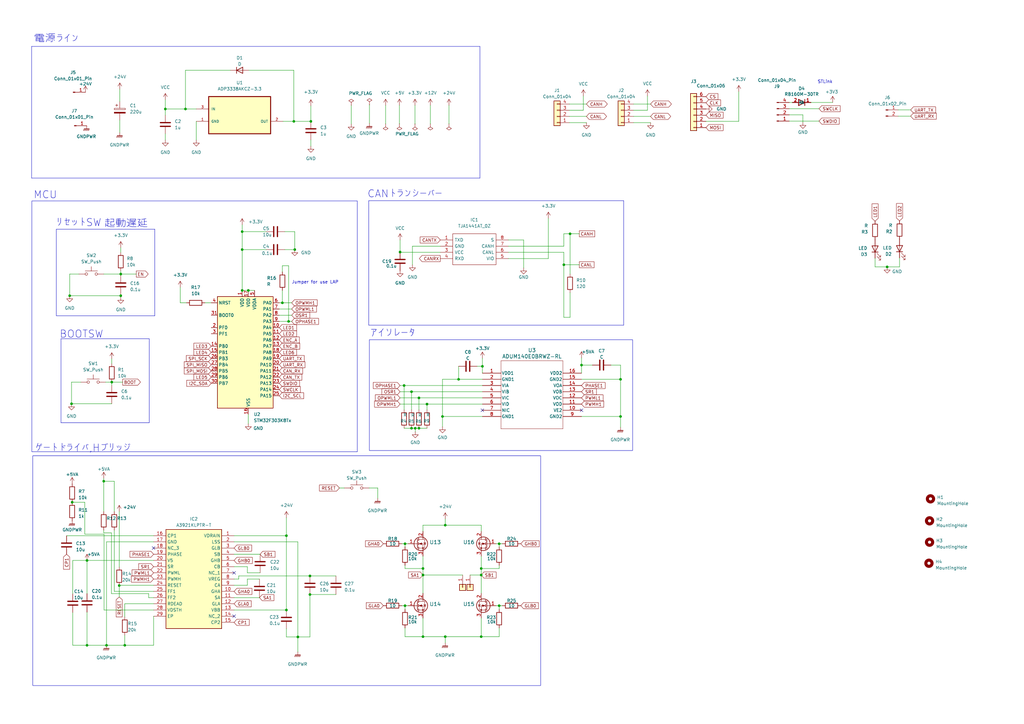
<source format=kicad_sch>
(kicad_sch (version 20230121) (generator eeschema)
  (paper "A3")
  (junction (at 197.358 235.839))
  (junction (at 120.523 49.784))
  (junction (at 171.831 163.195))
  (junction (at 127.127 243.84))
  (junction (at 204.724 248.412))
  (junction (at 43.688 264.668))
  (junction (at 231.267 108.585))
  (junction (at 48.895 240.157))
  (junction (at 99.314 102.362))
  (junction (at 204.724 223.012))
  (junction (at 238.506 149.733))
  (junction (at 117.475 250.19))
  (junction (at 233.807 95.885))
  (junction (at 182.626 215.392))
  (junction (at 67.818 44.704))
  (junction (at 197.358 261.112))
  (junction (at 181.483 170.815))
  (junction (at 29.591 205.994))
  (junction (at 164.084 103.378))
  (junction (at 35.687 229.87))
  (junction (at 170.307 175.641))
  (junction (at 76.073 44.704))
  (junction (at 182.626 261.112))
  (junction (at 127.127 236.22))
  (junction (at 115.824 124.206))
  (junction (at 117.475 219.71))
  (junction (at 29.337 165.608))
  (junction (at 49.53 121.285))
  (junction (at 122.174 261.239))
  (junction (at 168.783 175.641))
  (junction (at 120.904 102.362))
  (junction (at 188.087 155.575))
  (junction (at 254.508 170.815))
  (junction (at 101.854 119.126))
  (junction (at 168.783 160.655))
  (junction (at 42.545 197.358))
  (junction (at 118.364 131.826))
  (junction (at 127.508 49.784))
  (junction (at 45.847 156.718))
  (junction (at 171.831 175.641))
  (junction (at 197.866 150.241))
  (junction (at 173.482 261.112))
  (junction (at 173.482 233.172))
  (junction (at 175.133 165.735))
  (junction (at 99.314 119.126))
  (junction (at 166.116 223.012))
  (junction (at 28.575 121.285))
  (junction (at 51.181 264.668))
  (junction (at 49.53 112.395))
  (junction (at 254.508 155.575))
  (junction (at 35.687 264.668))
  (junction (at 197.358 233.172))
  (junction (at 173.482 235.839))
  (junction (at 165.735 158.115))
  (junction (at 166.116 248.412))
  (junction (at 363.855 109.474))
  (junction (at 99.314 94.996))
  (no_connect (at 96.012 234.95))
  (no_connect (at 238.506 168.275))
  (no_connect (at 96.012 252.73))
  (no_connect (at 62.992 224.79))
  (no_connect (at 197.866 168.275))
  (wire (pts (xy 231.267 95.885) (xy 231.267 100.965)))
  (wire (pts (xy 214.757 98.425) (xy 214.757 109.855)))
  (polyline (pts (xy 25.019 138.938) (xy 25.019 173.355)))
  (wire (pts (xy 164.084 103.378) (xy 164.084 103.505)))
  (wire (pts (xy 94.488 28.829) (xy 76.073 28.829)))
  (wire (pts (xy 164.084 165.735) (xy 175.133 165.735)))
  (wire (pts (xy 166.116 248.412) (xy 166.116 249.936)))
  (wire (pts (xy 208.534 98.425) (xy 214.757 98.425)))
  (polyline (pts (xy 12.954 73.025) (xy 196.85 73.025)))
  (wire (pts (xy 254.508 170.815) (xy 238.506 170.815)))
  (wire (pts (xy 173.482 253.492) (xy 173.482 261.112)))
  (wire (pts (xy 170.2054 50.8508) (xy 170.2054 43.2308)))
  (wire (pts (xy 35.687 264.668) (xy 43.688 264.668)))
  (wire (pts (xy 182.626 215.392) (xy 197.358 215.392)))
  (wire (pts (xy 102.108 28.829) (xy 120.523 28.829)))
  (wire (pts (xy 197.866 150.241) (xy 197.866 153.035)))
  (wire (pts (xy 62.992 250.19) (xy 42.672 250.19)))
  (wire (pts (xy 165.735 175.641) (xy 168.783 175.641)))
  (wire (pts (xy 120.523 28.829) (xy 120.523 49.784)))
  (wire (pts (xy 62.992 247.65) (xy 51.181 247.65)))
  (wire (pts (xy 164.084 158.115) (xy 165.735 158.115)))
  (polyline (pts (xy 151.257 82.296) (xy 151.257 133.35)))
  (wire (pts (xy 154.94 200.152) (xy 154.94 204.343)))
  (wire (pts (xy 175.133 165.735) (xy 175.133 168.021)))
  (wire (pts (xy 165.735 158.115) (xy 165.735 168.021)))
  (wire (pts (xy 368.427 47.625) (xy 373.507 47.625)))
  (wire (pts (xy 208.534 100.965) (xy 231.267 100.965)))
  (wire (pts (xy 97.917 236.22) (xy 127.127 236.22)))
  (wire (pts (xy 368.427 45.085) (xy 373.507 45.085)))
  (wire (pts (xy 166.116 233.172) (xy 173.482 233.172)))
  (wire (pts (xy 323.723 47.117) (xy 329.311 47.117)))
  (wire (pts (xy 67.818 57.404) (xy 67.818 54.864)))
  (wire (pts (xy 205.994 223.012) (xy 204.724 223.012)))
  (wire (pts (xy 29.337 165.608) (xy 45.847 165.608)))
  (wire (pts (xy 303.022 37.592) (xy 303.022 49.784)))
  (wire (pts (xy 67.818 40.894) (xy 67.818 44.704)))
  (wire (pts (xy 46.863 217.424) (xy 46.863 242.57)))
  (wire (pts (xy 45.847 149.098) (xy 45.847 147.193)))
  (wire (pts (xy 99.314 102.362) (xy 99.314 119.126)))
  (wire (pts (xy 96.012 237.49) (xy 97.917 237.49)))
  (wire (pts (xy 101.473 237.49) (xy 101.473 240.03)))
  (wire (pts (xy 45.72 218.567) (xy 42.545 218.567)))
  (wire (pts (xy 171.831 163.195) (xy 197.866 163.195)))
  (wire (pts (xy 197.358 233.172) (xy 204.724 233.172)))
  (wire (pts (xy 67.818 44.704) (xy 76.073 44.704)))
  (wire (pts (xy 43.307 156.718) (xy 45.847 156.718)))
  (wire (pts (xy 42.545 197.358) (xy 42.545 209.804)))
  (wire (pts (xy 117.475 261.239) (xy 122.174 261.239)))
  (wire (pts (xy 48.895 240.157) (xy 48.895 240.03)))
  (wire (pts (xy 141.224 200.152) (xy 139.192 200.152)))
  (wire (pts (xy 96.012 219.71) (xy 117.475 219.71)))
  (wire (pts (xy 119.634 131.826) (xy 118.364 131.826)))
  (wire (pts (xy 46.863 197.358) (xy 46.863 209.804)))
  (wire (pts (xy 115.824 119.126) (xy 115.824 124.206)))
  (wire (pts (xy 127.508 57.404) (xy 127.508 59.944)))
  (wire (pts (xy 204.724 223.012) (xy 204.724 224.282)))
  (wire (pts (xy 265.557 45.212) (xy 259.842 45.212)))
  (wire (pts (xy 303.022 49.784) (xy 289.56 49.784)))
  (wire (pts (xy 118.364 131.826) (xy 114.554 131.826)))
  (wire (pts (xy 181.483 170.815) (xy 181.483 175.006)))
  (wire (pts (xy 265.557 39.37) (xy 265.557 45.212)))
  (wire (pts (xy 166.116 248.412) (xy 167.386 248.412)))
  (wire (pts (xy 192.786 235.839) (xy 197.358 235.839)))
  (wire (pts (xy 101.854 119.126) (xy 104.394 119.126)))
  (wire (pts (xy 28.575 112.395) (xy 28.575 121.285)))
  (wire (pts (xy 358.902 105.918) (xy 358.902 109.474)))
  (wire (pts (xy 144.0434 43.2308) (xy 144.0434 50.8508)))
  (wire (pts (xy 99.314 94.996) (xy 109.22 94.996)))
  (wire (pts (xy 51.181 260.604) (xy 51.181 264.668)))
  (wire (pts (xy 175.133 165.735) (xy 197.866 165.735)))
  (wire (pts (xy 42.545 196.215) (xy 42.545 197.358)))
  (wire (pts (xy 116.84 102.362) (xy 120.904 102.362)))
  (wire (pts (xy 238.506 149.733) (xy 242.951 149.733)))
  (wire (pts (xy 250.571 149.733) (xy 254.508 149.733)))
  (wire (pts (xy 188.087 150.241) (xy 188.087 155.575)))
  (wire (pts (xy 173.482 261.112) (xy 166.116 261.112)))
  (wire (pts (xy 32.385 112.395) (xy 28.575 112.395)))
  (wire (pts (xy 259.842 42.672) (xy 266.827 42.672)))
  (wire (pts (xy 114.554 126.746) (xy 119.634 126.746)))
  (wire (pts (xy 259.842 50.292) (xy 266.827 50.292)))
  (wire (pts (xy 323.723 42.037) (xy 324.993 42.037)))
  (wire (pts (xy 96.012 227.33) (xy 106.68 227.33)))
  (wire (pts (xy 42.672 219.075) (xy 34.798 219.075)))
  (wire (pts (xy 368.935 109.474) (xy 368.935 105.791)))
  (wire (pts (xy 35.687 229.87) (xy 62.992 229.87)))
  (wire (pts (xy 166.116 223.012) (xy 167.386 223.012)))
  (wire (pts (xy 197.358 215.392) (xy 197.358 217.932)))
  (wire (pts (xy 127.508 43.434) (xy 127.508 49.784)))
  (wire (pts (xy 195.707 150.241) (xy 197.866 150.241)))
  (wire (pts (xy 96.012 232.41) (xy 101.473 232.41)))
  (wire (pts (xy 45.847 156.718) (xy 45.847 157.988)))
  (wire (pts (xy 171.831 163.195) (xy 171.831 168.021)))
  (polyline (pts (xy 25.019 173.355) (xy 61.214 173.355)))
  (wire (pts (xy 99.314 92.202) (xy 99.314 94.996)))
  (wire (pts (xy 116.84 94.996) (xy 120.904 94.996)))
  (wire (pts (xy 42.672 250.19) (xy 42.672 219.075)))
  (wire (pts (xy 173.482 261.112) (xy 182.626 261.112)))
  (wire (pts (xy 117.475 212.344) (xy 117.475 219.71)))
  (wire (pts (xy 80.518 49.784) (xy 80.518 57.404)))
  (wire (pts (xy 62.992 222.25) (xy 43.688 222.25)))
  (wire (pts (xy 29.845 229.87) (xy 29.845 243.586)))
  (wire (pts (xy 188.087 155.575) (xy 181.483 155.575)))
  (wire (pts (xy 254.508 149.733) (xy 254.508 155.575)))
  (wire (pts (xy 231.267 108.585) (xy 237.617 108.585)))
  (wire (pts (xy 122.174 261.239) (xy 122.174 267.335)))
  (wire (pts (xy 239.268 45.212) (xy 233.553 45.212)))
  (wire (pts (xy 60.96 245.11) (xy 60.96 243.459)))
  (wire (pts (xy 51.181 247.65) (xy 51.181 252.984)))
  (wire (pts (xy 231.267 130.175) (xy 233.807 130.175)))
  (wire (pts (xy 233.807 95.885) (xy 233.807 112.395)))
  (wire (pts (xy 48.895 244.856) (xy 48.895 240.157)))
  (polyline (pts (xy 12.954 19.05) (xy 12.954 73.025)))
  (polyline (pts (xy 12.954 19.05) (xy 196.85 19.05)))
  (wire (pts (xy 231.267 103.505) (xy 231.267 108.585)))
  (wire (pts (xy 120.904 94.996) (xy 120.904 102.362)))
  (wire (pts (xy 168.783 160.655) (xy 197.866 160.655)))
  (wire (pts (xy 164.084 160.655) (xy 168.783 160.655)))
  (polyline (pts (xy 151.257 82.296) (xy 255.778 82.296)))
  (wire (pts (xy 51.181 264.668) (xy 62.992 264.668)))
  (wire (pts (xy 97.917 237.49) (xy 97.917 236.22)))
  (wire (pts (xy 27.305 219.71) (xy 62.992 219.71)))
  (wire (pts (xy 170.307 177.038) (xy 170.307 175.641)))
  (wire (pts (xy 96.012 222.25) (xy 122.174 222.25)))
  (wire (pts (xy 117.475 257.81) (xy 117.475 261.239)))
  (polyline (pts (xy 25.019 138.938) (xy 61.214 138.938)))
  (wire (pts (xy 238.506 149.733) (xy 238.506 153.035)))
  (wire (pts (xy 259.842 47.752) (xy 266.827 47.752)))
  (wire (pts (xy 224.917 89.535) (xy 224.917 106.045)))
  (wire (pts (xy 237.617 95.885) (xy 233.807 95.885)))
  (wire (pts (xy 127.127 236.22) (xy 137.795 236.22)))
  (wire (pts (xy 197.358 261.112) (xy 197.358 253.492)))
  (wire (pts (xy 173.482 235.839) (xy 189.738 235.839)))
  (wire (pts (xy 173.482 228.092) (xy 173.482 233.172)))
  (wire (pts (xy 62.992 242.57) (xy 46.863 242.57)))
  (wire (pts (xy 205.994 248.412) (xy 204.724 248.412)))
  (wire (pts (xy 182.626 212.852) (xy 182.626 215.392)))
  (wire (pts (xy 43.688 264.668) (xy 51.181 264.668)))
  (wire (pts (xy 254.508 155.575) (xy 254.508 170.815)))
  (wire (pts (xy 49.53 112.395) (xy 55.88 112.395)))
  (wire (pts (xy 203.454 248.412) (xy 204.724 248.412)))
  (wire (pts (xy 29.845 264.668) (xy 35.687 264.668)))
  (wire (pts (xy 119.634 124.206) (xy 115.824 124.206)))
  (wire (pts (xy 176.53 43.18) (xy 176.53 50.8)))
  (wire (pts (xy 96.012 245.11) (xy 106.426 245.11)))
  (wire (pts (xy 116.078 49.784) (xy 120.523 49.784)))
  (wire (pts (xy 208.534 103.505) (xy 231.267 103.505)))
  (wire (pts (xy 99.314 94.996) (xy 99.314 102.362)))
  (wire (pts (xy 76.073 44.704) (xy 80.518 44.704)))
  (wire (pts (xy 164.084 163.195) (xy 171.831 163.195)))
  (wire (pts (xy 166.116 223.012) (xy 164.846 223.012)))
  (wire (pts (xy 99.314 102.362) (xy 109.22 102.362)))
  (wire (pts (xy 233.807 120.015) (xy 233.807 130.175)))
  (wire (pts (xy 182.626 261.112) (xy 197.358 261.112)))
  (wire (pts (xy 49.53 112.395) (xy 49.53 113.03)))
  (wire (pts (xy 49.53 103.505) (xy 49.53 101.6)))
  (wire (pts (xy 28.575 121.285) (xy 49.53 121.285)))
  (wire (pts (xy 76.454 124.206) (xy 73.914 124.206)))
  (wire (pts (xy 115.824 124.206) (xy 114.554 124.206)))
  (wire (pts (xy 120.523 49.784) (xy 127.508 49.784)))
  (wire (pts (xy 197.358 261.112) (xy 204.724 261.112)))
  (wire (pts (xy 233.553 50.292) (xy 240.538 50.292)))
  (wire (pts (xy 184.15 43.2308) (xy 184.15 50.8)))
  (wire (pts (xy 204.724 257.556) (xy 204.724 261.112)))
  (wire (pts (xy 168.783 175.641) (xy 170.307 175.641)))
  (wire (pts (xy 127.127 261.239) (xy 122.174 261.239)))
  (wire (pts (xy 203.454 223.012) (xy 204.724 223.012)))
  (wire (pts (xy 197.358 228.092) (xy 197.358 233.172)))
  (wire (pts (xy 101.473 237.49) (xy 106.426 237.49)))
  (wire (pts (xy 35.687 251.079) (xy 35.687 264.668)))
  (wire (pts (xy 67.818 44.704) (xy 67.818 47.244)))
  (wire (pts (xy 180.594 103.505) (xy 164.084 103.505)))
  (wire (pts (xy 60.96 243.459) (xy 45.72 243.459)))
  (wire (pts (xy 173.482 215.392) (xy 182.626 215.392)))
  (wire (pts (xy 231.267 108.585) (xy 231.267 130.175)))
  (wire (pts (xy 168.783 160.655) (xy 168.783 168.021)))
  (wire (pts (xy 233.807 95.885) (xy 231.267 95.885)))
  (wire (pts (xy 29.845 251.206) (xy 29.845 264.668)))
  (wire (pts (xy 29.591 205.994) (xy 34.798 205.994)))
  (wire (pts (xy 29.845 229.87) (xy 35.687 229.87)))
  (wire (pts (xy 42.545 197.358) (xy 46.863 197.358)))
  (wire (pts (xy 208.534 106.045) (xy 224.917 106.045)))
  (wire (pts (xy 99.314 119.126) (xy 101.854 119.126)))
  (wire (pts (xy 329.311 47.117) (xy 329.311 50.165)))
  (wire (pts (xy 341.503 42.037) (xy 332.613 42.037)))
  (wire (pts (xy 34.798 219.075) (xy 34.798 205.994)))
  (wire (pts (xy 173.482 217.932) (xy 173.482 215.392)))
  (wire (pts (xy 182.626 261.112) (xy 182.626 263.652)))
  (wire (pts (xy 119.634 129.286) (xy 114.554 129.286)))
  (wire (pts (xy 42.545 217.424) (xy 42.545 218.567)))
  (wire (pts (xy 49.149 49.276) (xy 49.149 54.356)))
  (wire (pts (xy 43.688 222.25) (xy 43.688 264.668)))
  (wire (pts (xy 166.116 224.282) (xy 166.116 223.012)))
  (wire (pts (xy 49.149 36.576) (xy 49.149 41.656)))
  (wire (pts (xy 171.831 175.641) (xy 175.133 175.641)))
  (wire (pts (xy 323.723 49.657) (xy 335.915 49.657)))
  (wire (pts (xy 49.53 121.285) (xy 49.53 121.92)))
  (polyline (pts (xy 61.214 173.355) (xy 61.214 138.938)))
  (wire (pts (xy 49.53 120.65) (xy 49.53 121.285)))
  (polyline (pts (xy 151.257 133.35) (xy 255.778 133.35)))
  (wire (pts (xy 115.824 108.966) (xy 118.364 108.966)))
  (wire (pts (xy 180.594 100.965) (xy 169.164 100.965)))
  (wire (pts (xy 101.473 234.95) (xy 106.68 234.95)))
  (wire (pts (xy 197.358 235.839) (xy 197.358 243.332)))
  (wire (pts (xy 164.084 98.425) (xy 164.084 103.378)))
  (wire (pts (xy 254.508 170.815) (xy 254.508 175.26)))
  (wire (pts (xy 45.847 156.718) (xy 50.292 156.718)))
  (wire (pts (xy 170.307 175.641) (xy 171.831 175.641)))
  (wire (pts (xy 165.735 158.115) (xy 197.866 158.115)))
  (wire (pts (xy 239.268 39.37) (xy 239.268 45.212)))
  (wire (pts (xy 76.073 28.829) (xy 76.073 44.704)))
  (wire (pts (xy 163.83 43.18) (xy 163.83 50.8)))
  (wire (pts (xy 45.72 218.567) (xy 45.72 243.459)))
  (wire (pts (xy 33.147 156.718) (xy 29.337 156.718)))
  (wire (pts (xy 151.384 200.152) (xy 154.94 200.152)))
  (wire (pts (xy 62.992 245.11) (xy 60.96 245.11)))
  (wire (pts (xy 35.687 229.87) (xy 35.687 243.459)))
  (wire (pts (xy 101.854 173.736) (xy 101.854 169.926)))
  (wire (pts (xy 169.164 108.585) (xy 169.164 100.965)))
  (wire (pts (xy 151.5364 42.9768) (xy 151.5364 50.5968)))
  (wire (pts (xy 164.846 248.412) (xy 166.116 248.412)))
  (wire (pts (xy 358.902 109.474) (xy 363.855 109.474)))
  (wire (pts (xy 73.914 117.856) (xy 73.914 124.206)))
  (wire (pts (xy 166.116 233.172) (xy 166.116 231.902)))
  (wire (pts (xy 197.358 233.172) (xy 197.358 235.839)))
  (wire (pts (xy 96.012 250.19) (xy 117.475 250.19)))
  (wire (pts (xy 173.482 235.839) (xy 173.482 243.332)))
  (wire (pts (xy 122.174 222.25) (xy 122.174 261.239)))
  (wire (pts (xy 233.553 42.672) (xy 240.538 42.672)))
  (wire (pts (xy 158.1404 43.2308) (xy 158.1404 50.8)))
  (wire (pts (xy 101.473 240.03) (xy 96.012 240.03)))
  (wire (pts (xy 238.506 155.575) (xy 254.508 155.575)))
  (wire (pts (xy 48.895 240.03) (xy 62.992 240.03)))
  (polyline (pts (xy 196.85 73.025) (xy 196.85 19.05)))
  (wire (pts (xy 363.855 109.474) (xy 368.935 109.474)))
  (wire (pts (xy 335.915 44.577) (xy 323.723 44.577)))
  (wire (pts (xy 204.724 248.412) (xy 204.724 249.936)))
  (wire (pts (xy 137.795 243.84) (xy 127.127 243.84)))
  (wire (pts (xy 166.116 257.556) (xy 166.116 261.112)))
  (wire (pts (xy 49.53 111.125) (xy 49.53 112.395)))
  (wire (pts (xy 118.364 108.966) (xy 118.364 131.826)))
  (wire (pts (xy 197.866 146.939) (xy 197.866 150.241)))
  (wire (pts (xy 117.475 219.71) (xy 117.475 250.19)))
  (wire (pts (xy 181.483 170.815) (xy 197.866 170.815)))
  (wire (pts (xy 233.553 47.752) (xy 240.538 47.752)))
  (wire (pts (xy 173.482 233.172) (xy 173.482 235.839)))
  (wire (pts (xy 101.473 232.41) (xy 101.473 234.95)))
  (polyline (pts (xy 255.778 133.35) (xy 255.778 82.296)))
  (wire (pts (xy 127.127 243.84) (xy 127.127 261.239)))
  (wire (pts (xy 29.337 156.718) (xy 29.337 165.608)))
  (wire (pts (xy 62.992 252.73) (xy 62.992 264.668)))
  (wire (pts (xy 48.895 209.804) (xy 48.895 232.537)))
  (wire (pts (xy 204.724 233.172) (xy 204.724 231.902)))
  (wire (pts (xy 238.506 146.812) (xy 238.506 149.733)))
  (wire (pts (xy 86.614 124.206) (xy 84.074 124.206)))
  (wire (pts (xy 42.545 112.395) (xy 49.53 112.395)))
  (wire (pts (xy 197.866 155.575) (xy 188.087 155.575)))
  (wire (pts (xy 115.824 111.506) (xy 115.824 108.966)))
  (wire (pts (xy 181.483 155.575) (xy 181.483 170.815)))
  (rectangle (start 13.462 186.944) (end 221.742 281.178))
  (rectangle (start 23.114 93.98) (end 63.5 129.54))
  (rectangle (start 151.511 139.319) (end 259.461 184.785))
  (rectangle (start 13.081 82.423) (end 146.558 185.293))
  (text "MCU" (at 13.716 81.788 0) (effects (font (size 3 3)) (justify left bottom)))
  (text "電源ライン\n" (at 13.97 17.78 0) (effects (font (size 3 3)) (justify left bottom)))
  (text "ゲートドライバ,Hブリッジ" (at 14.351 185.674 0) (effects (font (size 3 3)) (justify left bottom)))
  (text "起動遅延\n" (at 42.799 93.599 0) (effects (font (size 3 3)) (justify left bottom)))
  (text "STLink" (at 341.503 34.417 0) (effects (font (size 1.27 1.27)) (justify right bottom)))
  (text "Jumper for use LAP" (at 119.634 116.586 0) (effects (font (size 1.27 1.27)) (justify left bottom)))
  (text "BOOTSW" (at 24.384 138.938 0) (effects (font (size 3 3)) (justify left bottom)))
  (text "リセットSW" (at 22.606 93.218 0) (effects (font (size 3 3)) (justify left bottom)))
  (text "アイソレータ" (at 151.638 138.557 0) (effects (font (size 3 3)) (justify left bottom)))
  (text "CANトランシーバー\n" (at 150.622 81.407 0) (effects (font (size 3 3)) (justify left bottom)))
  (global_label "BOOT" (shape output) (at 50.292 156.718 0) (property "Intersheetrefs" "${INTERSHEET_REFS}" (effects hide)))
  (global_label "CANL" (shape passive) (at 237.617 108.585 0) (property "Intersheetrefs" "${INTERSHEET_REFS}" (effects hide)))
  (global_label "MISO" (shape input) (at 289.56 47.244 0) (property "Intersheetrefs" "${INTERSHEET_REFS}" (effects hide)))
  (global_label "GLB0" (shape input) (at 96.012 224.79 0) (property "Intersheetrefs" "${INTERSHEET_REFS}" (effects hide)))
  (global_label "UART_RX" (shape input) (at 373.507 47.625 0) (property "Intersheetrefs" "${INTERSHEET_REFS}" (effects hide)))
  (global_label "SWCLK" (shape input) (at 335.915 44.577 0) (property "Intersheetrefs" "${INTERSHEET_REFS}" (effects hide)))
  (global_label "LED1" (shape input) (at 358.902 90.678 90) (property "Intersheetrefs" "${INTERSHEET_REFS}" (effects hide)))
  (global_label "OPHASE1" (shape input) (at 119.634 131.826 0) (property "Intersheetrefs" "${INTERSHEET_REFS}" (effects hide)))
  (global_label "GLA0" (shape input) (at 96.012 247.65 0) (property "Intersheetrefs" "${INTERSHEET_REFS}" (effects hide)))
  (global_label "OPHASE1" (shape input) (at 164.084 158.115 180) (property "Intersheetrefs" "${INTERSHEET_REFS}" (effects hide)))
  (global_label "ENC_A" (shape input) (at 114.554 139.446 0) (property "Intersheetrefs" "${INTERSHEET_REFS}" (effects hide)))
  (global_label "LED4" (shape input) (at 86.614 144.526 180) (property "Intersheetrefs" "${INTERSHEET_REFS}" (effects hide)))
  (global_label "PWMH1" (shape input) (at 238.506 165.735 0) (property "Intersheetrefs" "${INTERSHEET_REFS}" (effects hide)))
  (global_label "SB1" (shape input) (at 106.68 227.33 0) (property "Intersheetrefs" "${INTERSHEET_REFS}" (effects hide)))
  (global_label "CS" (shape input) (at 289.56 39.624 0) (property "Intersheetrefs" "${INTERSHEET_REFS}" (effects hide)))
  (global_label "SB1" (shape input) (at 197.358 235.839 0) (property "Intersheetrefs" "${INTERSHEET_REFS}" (effects hide)))
  (global_label "CANH" (shape bidirectional) (at 266.827 42.672 0) (property "Intersheetrefs" "${INTERSHEET_REFS}" (effects hide)))
  (global_label "UART_RX" (shape input) (at 114.554 149.606 0) (property "Intersheetrefs" "${INTERSHEET_REFS}" (effects hide)))
  (global_label "CP1" (shape input) (at 96.012 255.27 0) (property "Intersheetrefs" "${INTERSHEET_REFS}" (effects hide)))
  (global_label "MOSI" (shape input) (at 289.56 52.324 0) (property "Intersheetrefs" "${INTERSHEET_REFS}" (effects hide)))
  (global_label "LED6" (shape input) (at 114.554 144.526 0) (property "Intersheetrefs" "${INTERSHEET_REFS}" (effects hide)))
  (global_label "LED1" (shape input) (at 114.554 134.366 0) (property "Intersheetrefs" "${INTERSHEET_REFS}" (effects hide)))
  (global_label "OPWMH1" (shape input) (at 164.084 165.735 180) (property "Intersheetrefs" "${INTERSHEET_REFS}" (effects hide)))
  (global_label "GLA0" (shape input) (at 157.226 248.412 180) (property "Intersheetrefs" "${INTERSHEET_REFS}" (effects hide)))
  (global_label "CP1" (shape input) (at 27.305 227.33 270) (property "Intersheetrefs" "${INTERSHEET_REFS}" (effects hide)))
  (global_label "LED5" (shape input) (at 86.614 154.686 180) (property "Intersheetrefs" "${INTERSHEET_REFS}" (effects hide)))
  (global_label "CANL" (shape bidirectional) (at 240.538 47.752 0) (property "Intersheetrefs" "${INTERSHEET_REFS}" (effects hide)))
  (global_label "OPWML1" (shape input) (at 119.634 126.746 0) (property "Intersheetrefs" "${INTERSHEET_REFS}" (effects hide)))
  (global_label "SWDIO" (shape input) (at 335.915 49.657 0) (property "Intersheetrefs" "${INTERSHEET_REFS}" (effects hide)))
  (global_label "SPI_MOSI" (shape input) (at 86.614 152.146 180) (property "Intersheetrefs" "${INTERSHEET_REFS}" (effects hide)))
  (global_label "RESET" (shape input) (at 48.895 244.856 270) (property "Intersheetrefs" "${INTERSHEET_REFS}" (effects hide)))
  (global_label "SR1" (shape input) (at 238.506 160.655 0) (property "Intersheetrefs" "${INTERSHEET_REFS}" (effects hide)))
  (global_label "ENC_B" (shape input) (at 114.554 141.986 0) (property "Intersheetrefs" "${INTERSHEET_REFS}" (effects hide)))
  (global_label "GHA0" (shape input) (at 157.226 223.012 180) (property "Intersheetrefs" "${INTERSHEET_REFS}" (effects hide)))
  (global_label "EN" (shape output) (at 55.88 112.395 0) (property "Intersheetrefs" "${INTERSHEET_REFS}" (effects hide)))
  (global_label "UART_TX" (shape input) (at 373.507 45.085 0) (property "Intersheetrefs" "${INTERSHEET_REFS}" (effects hide)))
  (global_label "OPWMH1" (shape input) (at 119.634 124.206 0) (property "Intersheetrefs" "${INTERSHEET_REFS}" (effects hide)))
  (global_label "GHA0" (shape input) (at 96.012 242.57 0) (property "Intersheetrefs" "${INTERSHEET_REFS}" (effects hide)))
  (global_label "GHB0" (shape input) (at 213.614 223.012 0) (property "Intersheetrefs" "${INTERSHEET_REFS}" (effects hide)))
  (global_label "I2C_SDA" (shape input) (at 86.614 157.226 180) (property "Intersheetrefs" "${INTERSHEET_REFS}" (effects hide)))
  (global_label "GLB0" (shape input) (at 213.614 248.412 0) (property "Intersheetrefs" "${INTERSHEET_REFS}" (effects hide)))
  (global_label "LED2" (shape input) (at 368.935 90.551 90) (property "Intersheetrefs" "${INTERSHEET_REFS}" (effects hide)))
  (global_label "PHASE1" (shape input) (at 238.506 158.115 0) (property "Intersheetrefs" "${INTERSHEET_REFS}" (effects hide)))
  (global_label "RESET" (shape input) (at 139.192 200.152 180) (property "Intersheetrefs" "${INTERSHEET_REFS}" (effects hide)))
  (global_label "UART_TX" (shape input) (at 114.554 147.066 0) (property "Intersheetrefs" "${INTERSHEET_REFS}" (effects hide)))
  (global_label "CANH" (shape bidirectional) (at 240.538 42.672 0) (property "Intersheetrefs" "${INTERSHEET_REFS}" (effects hide)))
  (global_label "CANRX" (shape output) (at 180.594 106.045 180) (property "Intersheetrefs" "${INTERSHEET_REFS}" (effects hide)))
  (global_label "SPI_SCK" (shape input) (at 86.614 147.066 180) (property "Intersheetrefs" "${INTERSHEET_REFS}" (effects hide)))
  (global_label "SWCLK" (shape input) (at 114.554 159.766 0) (property "Intersheetrefs" "${INTERSHEET_REFS}" (effects hide)))
  (global_label "PHASE1" (shape input) (at 62.992 227.33 180) (property "Intersheetrefs" "${INTERSHEET_REFS}" (effects hide)))
  (global_label "SA1" (shape input) (at 106.426 245.11 0) (property "Intersheetrefs" "${INTERSHEET_REFS}" (effects hide)))
  (global_label "SR1" (shape input) (at 62.992 232.41 180) (property "Intersheetrefs" "${INTERSHEET_REFS}" (effects hide)))
  (global_label "CANH" (shape passive) (at 237.617 95.885 0) (property "Intersheetrefs" "${INTERSHEET_REFS}" (effects hide)))
  (global_label "SWDIO" (shape input) (at 114.554 157.226 0) (property "Intersheetrefs" "${INTERSHEET_REFS}" (effects hide)))
  (global_label "LED3" (shape input) (at 86.614 141.986 180) (property "Intersheetrefs" "${INTERSHEET_REFS}" (effects hide)))
  (global_label "GHB0" (shape input) (at 96.012 229.87 0) (property "Intersheetrefs" "${INTERSHEET_REFS}" (effects hide)))
  (global_label "SA1" (shape input) (at 173.482 235.839 180) (property "Intersheetrefs" "${INTERSHEET_REFS}" (effects hide)))
  (global_label "CANL" (shape bidirectional) (at 266.827 47.752 0) (property "Intersheetrefs" "${INTERSHEET_REFS}" (effects hide)))
  (global_label "PWMH1" (shape input) (at 62.992 237.49 180) (property "Intersheetrefs" "${INTERSHEET_REFS}" (effects hide)))
  (global_label "I2C_SCL" (shape input) (at 114.554 162.306 0) (property "Intersheetrefs" "${INTERSHEET_REFS}" (effects hide)))
  (global_label "CANTX" (shape input) (at 180.594 98.425 180) (property "Intersheetrefs" "${INTERSHEET_REFS}" (effects hide)))
  (global_label "PWML1" (shape input) (at 62.992 234.95 180) (property "Intersheetrefs" "${INTERSHEET_REFS}" (effects hide)))
  (global_label "PWML1" (shape input) (at 238.506 163.195 0) (property "Intersheetrefs" "${INTERSHEET_REFS}" (effects hide)))
  (global_label "OPWML1" (shape input) (at 164.084 163.195 180) (property "Intersheetrefs" "${INTERSHEET_REFS}" (effects hide)))
  (global_label "OSR1" (shape input) (at 119.634 129.286 0) (property "Intersheetrefs" "${INTERSHEET_REFS}" (effects hide)))
  (global_label "OSR1" (shape input) (at 164.084 160.655 180) (property "Intersheetrefs" "${INTERSHEET_REFS}" (effects hide)))
  (global_label "SPI_MISO" (shape input) (at 86.614 149.606 180) (property "Intersheetrefs" "${INTERSHEET_REFS}" (effects hide)))
  (global_label "LED2" (shape input) (at 114.554 136.906 0) (property "Intersheetrefs" "${INTERSHEET_REFS}" (effects hide)))
  (global_label "CAN_RX" (shape input) (at 114.554 152.146 0) (property "Intersheetrefs" "${INTERSHEET_REFS}" (effects hide)))
  (global_label "CAN_TX" (shape input) (at 114.554 154.686 0) (property "Intersheetrefs" "${INTERSHEET_REFS}" (effects hide)))
  (global_label "CLK" (shape input) (at 289.56 42.164 0) (property "Intersheetrefs" "${INTERSHEET_REFS}" (effects hide)))
  (symbol (lib_id "power:GNDPWR") (at 35.56 51.562 0) (unit 1)
    (property "Reference" "#PWR028" (effects hide))
    (property "Value" "GNDPWR" (at 35.433 56.007 0))
  )
  (symbol (lib_id "power:GNDPWR") (at 182.626 263.652 0) (unit 1)
    (property "Reference" "#PWR083" (effects hide))
    (property "Value" "GNDPWR" (at 182.499 268.732 0))
  )
  (symbol (lib_id "power:+24V") (at 48.895 209.804 0) (unit 1)
    (property "Reference" "#PWR037" (effects hide))
    (property "Value" "+24V" (at 53.086 208.026 0))
  )
  (symbol (lib_id "power:+24V") (at 117.475 212.344 0) (unit 1)
    (property "Reference" "#PWR038" (effects hide))
    (property "Value" "+24V" (at 117.475 207.264 0))
  )
  (symbol (lib_id "power:+3.3V") (at 224.917 89.535 0) (unit 1)
    (property "Reference" "#PWR058" (effects hide))
    (property "Value" "+3.3V" (at 224.917 84.455 0))
  )
  (symbol (lib_id "power:GNDPWR") (at 254.508 175.26 0) (unit 1)
    (property "Reference" "#PWR060" (effects hide))
    (property "Value" "GNDPWR" (at 254.381 180.34 0))
  )
  (symbol (lib_id "power:GND") (at 214.757 109.855 0) (unit 1)
    (property "Reference" "#PWR057" (effects hide))
    (property "Value" "GND" (at 214.757 113.665 0))
  )
  (symbol (lib_id "0-Myparts:SQJ180EP-T1_GE3") (at 221.488 248.412 0) (mirror y) (unit 1)
    (property "Reference" "U15" (at 194.691 247.777 0) (effects (font (size 1.524 1.524)) (justify left)))
    (property "Value" "SQJ180EP-T1_GE3" (effects hide))
    (property "Footprint" "0-Myparts:SQJ180EP-T1_GE3" (effects hide))
  )
  (symbol (lib_id "power:PWR_FLAG") (at 170.2054 50.8508 180) (unit 1)
    (property "Reference" "#FLG05" (effects hide))
    (property "Value" "PWR_FLAG" (effects hide))
  )
  (symbol (lib_id "Connector:Conn_01x01_Pin") (at 30.48 51.562 0) (unit 1)
    (property "Reference" "J7" (at 30.48 45.466 0))
    (property "Value" "Conn_01x01_Pin" (at 30.48 48.006 0))
    (property "Footprint" "0-Myparts:ねじ端子(縦)" (effects hide))
  )
  (symbol (lib_id "Device:C") (at 35.687 247.269 0) (unit 1)
    (property "Reference" "C20" (at 37.592 242.443 0) (effects (justify left)))
    (property "Value" "0.1u" (at 37.592 244.983 0) (effects (justify left)))
    (property "Footprint" "Capacitor_SMD:C_0603_1608Metric_Pad1.08x0.95mm_HandSolder" (effects hide))
  )
  (symbol (lib_id "power:VCC") (at 265.557 39.37 0) (unit 1)
    (property "Reference" "#PWR022" (effects hide))
    (property "Value" "VCC" (at 265.557 34.29 0))
  )
  (symbol (lib_id "power:PWR_FLAG") (at 163.83 50.8 180) (unit 1)
    (property "Reference" "#FLG04" (effects hide))
    (property "Value" "PWR_FLAG" (at 166.9288 54.9148 0))
  )
  (symbol (lib_id "Connector_Generic:Conn_01x04") (at 228.473 47.752 180) (unit 1)
    (property "Reference" "J1" (at 228.473 37.084 0))
    (property "Value" "Conn_01x04" (at 228.473 39.624 0))
    (property "Footprint" "Connector_JST:JST_XH_S4B-XH-A_1x04_P2.50mm_Horizontal" (effects hide))
  )
  (symbol (lib_id "Device:R") (at 48.895 236.347 0) (unit 1)
    (property "Reference" "R14" (at 50.038 235.331 0) (effects (justify left)))
    (property "Value" "20k" (at 50.038 237.871 0) (effects (justify left)))
    (property "Footprint" "Resistor_SMD:R_0603_1608Metric_Pad0.98x0.95mm_HandSolder" (effects hide))
  )
  (symbol (lib_id "power:PWR_FLAG") (at 144.0434 43.2308 0) (unit 1)
    (property "Reference" "#FLG01" (effects hide))
    (property "Value" "PWR_FLAG" (effects hide))
  )
  (symbol (lib_id "power:GNDPWR") (at 29.591 213.614 0) (unit 1)
    (property "Reference" "#PWR034" (effects hide))
    (property "Value" "GNDPWR" (at 29.591 217.297 0))
  )
  (symbol (lib_id "power:GND") (at 181.483 175.006 0) (unit 1)
    (property "Reference" "#PWR044" (effects hide))
    (property "Value" "GND" (at 181.483 179.451 0))
  )
  (symbol (lib_id "power:+3.3V") (at 45.847 147.193 0) (unit 1)
    (property "Reference" "#PWR026" (effects hide))
    (property "Value" "+3.3V" (at 45.847 142.113 0))
  )
  (symbol (lib_id "Mechanical:MountingHole") (at 381.254 213.614 0) (unit 1)
    (property "Reference" "H2" (at 383.921 212.979 0) (effects (justify left)))
    (property "Value" "MountingHole" (at 383.921 215.519 0) (effects (justify left)))
    (property "Footprint" "MountingHole:MountingHole_3.2mm_M3" (effects hide))
  )
  (symbol (lib_id "Device:C") (at 137.795 240.03 0) (unit 1)
    (property "Reference" "C27" (at 141.224 239.395 0) (effects (justify left)))
    (property "Value" "0.1u" (at 141.224 241.935 0) (effects (justify left)))
    (property "Footprint" "Capacitor_SMD:C_0805_2012Metric_Pad1.18x1.45mm_HandSolder" (effects hide))
  )
  (symbol (lib_id "0-Myparts:SQJ180EP-T1_GE3") (at 221.488 223.012 0) (mirror y) (unit 1)
    (property "Reference" "U16" (at 194.691 222.377 0) (effects (font (size 1.524 1.524)) (justify left)))
    (property "Value" "SQJ180EP-T1_GE3" (effects hide))
    (property "Footprint" "0-Myparts:SQJ180EP-T1_GE3" (effects hide))
  )
  (symbol (lib_id "Device:R") (at 233.807 116.205 0) (unit 1)
    (property "Reference" "R10" (at 236.347 114.9349 0) (effects (justify left)))
    (property "Value" "120" (at 236.347 117.4749 0) (effects (justify left)))
    (property "Footprint" "Resistor_SMD:R_0603_1608Metric" (effects hide))
  )
  (symbol (lib_id "power:+3.3V") (at 73.914 117.856 0) (unit 1)
    (property "Reference" "#PWR031" (effects hide))
    (property "Value" "+3.3V" (at 73.914 112.776 0))
  )
  (symbol (lib_id "power:GND") (at 120.904 102.362 0) (unit 1)
    (property "Reference" "#PWR09" (effects hide))
    (property "Value" "GND" (at 123.444 103.632 0) (effects (justify left)))
  )
  (symbol (lib_id "Device:R") (at 168.783 171.831 180) (unit 1)
    (property "Reference" "R5" (at 170.053 172.847 0) (effects (justify left)))
    (property "Value" "R" (at 170.053 170.307 0) (effects (justify left)))
    (property "Footprint" "Resistor_SMD:R_0603_1608Metric_Pad0.98x0.95mm_HandSolder" (effects hide))
  )
  (symbol (lib_id "power:+5VA") (at 35.687 229.87 0) (unit 1)
    (property "Reference" "#PWR035" (effects hide))
    (property "Value" "+5VA" (at 38.354 227.33 0))
  )
  (symbol (lib_id "power:GNDPWR") (at 154.94 204.343 0) (unit 1)
    (property "Reference" "#PWR043" (effects hide))
    (property "Value" "GNDPWR" (at 154.813 209.423 0))
  )
  (symbol (lib_id "power:+5V") (at 163.83 43.18 0) (unit 1)
    (property "Reference" "#PWR016" (effects hide))
    (property "Value" "+5V" (at 163.83 38.1 0))
  )
  (symbol (lib_id "Device:R") (at 51.181 256.794 0) (unit 1)
    (property "Reference" "R15" (at 52.324 255.778 0) (effects (justify left)))
    (property "Value" "20k" (at 52.324 258.318 0) (effects (justify left)))
    (property "Footprint" "Resistor_SMD:R_0603_1608Metric_Pad0.98x0.95mm_HandSolder" (effects hide))
  )
  (symbol (lib_id "0-Myparts:ADP3338AKCZ-3.3") (at 98.298 44.704 0) (unit 1)
    (property "Reference" "U1" (at 98.298 33.909 0))
    (property "Value" "ADP3338AKCZ-3.3" (at 98.298 36.449 0))
    (property "Footprint" "0-Myparts:SOT230P700X180-4N" (effects hide))
    (property "SUPPLIER" "Analog Devices" (effects hide))
    (property "MPN" "ADP3338AKCZ-3.3" (effects hide))
    (property "OC_FARNELL" "1319314" (effects hide))
    (property "OC_NEWARK" "19M8721" (effects hide))
    (property "PACKAGE" "SOT-223-3" (effects hide))
  )
  (symbol (lib_id "power:+24V") (at 182.626 212.852 0) (unit 1)
    (property "Reference" "#PWR082" (effects hide))
    (property "Value" "+24V" (at 182.626 207.772 0))
  )
  (symbol (lib_id "Device:R") (at 46.863 213.614 0) (unit 1)
    (property "Reference" "R13" (at 48.006 212.598 0) (effects (justify left)))
    (property "Value" "20k" (effects hide))
    (property "Footprint" "Resistor_SMD:R_0603_1608Metric_Pad0.98x0.95mm_HandSolder" (effects hide))
  )
  (symbol (lib_id "Connector_Generic:Conn_01x01") (at 189.738 240.919 270) (unit 1)
    (property "Reference" "J4" (effects hide))
    (property "Value" "Conn_01x01" (effects hide))
    (property "Footprint" "0-Myparts:ねじ端子(縦)" (effects hide))
  )
  (symbol (lib_id "Device:C") (at 246.761 149.733 90) (unit 1)
    (property "Reference" "C7" (at 246.761 143.891 90))
    (property "Value" "C" (at 246.761 146.431 90))
    (property "Footprint" "Capacitor_SMD:C_0402_1005Metric_Pad0.74x0.62mm_HandSolder" (effects hide))
  )
  (symbol (lib_id "power:PWR_FLAG") (at 158.1404 50.8 180) (unit 1)
    (property "Reference" "#FLG03" (effects hide))
    (property "Value" "PWR_FLAG" (effects hide))
  )
  (symbol (lib_id "power:GND") (at 329.311 50.165 0) (mirror y) (unit 1)
    (property "Reference" "#PWR040" (effects hide))
    (property "Value" "GND" (at 329.311 54.229 0))
  )
  (symbol (lib_id "power:+24V") (at 184.15 43.2308 0) (unit 1)
    (property "Reference" "#PWR019" (effects hide))
    (property "Value" "+24V" (at 184.15 38.1508 0))
  )
  (symbol (lib_id "power:GND") (at 240.538 50.292 0) (unit 1)
    (property "Reference" "#PWR021" (effects hide))
    (property "Value" "GND" (at 240.538 55.372 0))
  )
  (symbol (lib_id "power:GND") (at 363.855 109.474 0) (unit 1)
    (property "Reference" "#PWR029" (effects hide))
    (property "Value" "GND" (at 365.887 111.379 0) (effects (justify left)))
  )
  (symbol (lib_id "power:GNDPWR") (at 43.688 264.668 0) (unit 1)
    (property "Reference" "#PWR036" (effects hide))
    (property "Value" "GNDPWR" (at 43.561 269.748 0))
  )
  (symbol (lib_id "Device:R") (at 165.735 171.831 180) (unit 1)
    (property "Reference" "R4" (at 166.878 172.72 0) (effects (justify left)))
    (property "Value" "R" (at 166.878 170.18 0) (effects (justify left)))
    (property "Footprint" "Resistor_SMD:R_0603_1608Metric_Pad0.98x0.95mm_HandSolder" (effects hide))
  )
  (symbol (lib_id "Connector:Conn_01x02_Pin") (at 363.347 45.085 0) (unit 1)
    (property "Reference" "J6" (at 363.982 40.005 0))
    (property "Value" "Conn_01x02_Pin" (at 363.982 42.545 0))
  )
  (symbol (lib_id "power:+3.3V") (at 170.2054 43.2308 0) (unit 1)
    (property "Reference" "#PWR017" (effects hide))
    (property "Value" "+3.3V" (at 170.0784 38.1508 0))
  )
  (symbol (lib_id "Device:C") (at 127.508 53.594 0) (unit 1)
    (property "Reference" "C3" (at 131.318 52.3239 0) (effects (justify left)))
    (property "Value" "1u" (at 131.318 54.8639 0) (effects (justify left)))
    (property "Footprint" "Capacitor_SMD:C_0603_1608Metric_Pad1.08x0.95mm_HandSolder" (effects hide))
  )
  (symbol (lib_id "power:GND") (at 49.53 121.92 0) (unit 1)
    (property "Reference" "#PWR048" (effects hide))
    (property "Value" "GND" (at 49.53 127 0))
  )
  (symbol (lib_id "power:VCC") (at 158.1404 43.2308 0) (unit 1)
    (property "Reference" "#PWR015" (effects hide))
    (property "Value" "VCC" (at 158.1404 38.1 0))
  )
  (symbol (lib_id "Device:R") (at 209.804 248.412 270) (mirror x) (unit 1)
    (property "Reference" "R25" (at 209.804 246.38 90))
    (property "Value" "10" (at 209.804 248.412 90))
    (property "Footprint" "Resistor_SMD:R_0603_1608Metric" (effects hide))
  )
  (symbol (lib_id "Connector:Conn_01x01_Pin") (at 29.972 37.846 0) (unit 1)
    (property "Reference" "J5" (at 29.972 29.718 0))
    (property "Value" "Conn_01x01_Pin" (at 29.972 32.258 0))
    (property "Footprint" "0-Myparts:ねじ端子(縦)" (effects hide))
  )
  (symbol (lib_id "Device:C") (at 117.475 254 0) (unit 1)
    (property "Reference" "C23" (at 110.49 253.111 0) (effects (justify left)))
    (property "Value" "0.1u" (at 110.49 255.651 0) (effects (justify left)))
    (property "Footprint" "Capacitor_SMD:C_0603_1608Metric_Pad1.08x0.95mm_HandSolder" (effects hide))
  )
  (symbol (lib_id "Device:R") (at 29.591 202.184 0) (unit 1)
    (property "Reference" "R7" (at 32.131 201.549 0) (effects (justify left)))
    (property "Value" "10k" (at 32.131 204.089 0) (effects (justify left)))
    (property "Footprint" "Resistor_SMD:R_0603_1608Metric_Pad0.98x0.95mm_HandSolder" (effects hide))
  )
  (symbol (lib_id "Device:C") (at 29.845 247.396 0) (unit 1)
    (property "Reference" "C14" (at 30.353 242.57 0) (effects (justify left)))
    (property "Value" "10u" (at 30.353 245.11 0) (effects (justify left)))
    (property "Footprint" "Capacitor_SMD:C_0805_2012Metric_Pad1.18x1.45mm_HandSolder" (effects hide))
  )
  (symbol (lib_id "Connector_Generic:Conn_01x01") (at 192.786 240.919 270) (unit 1)
    (property "Reference" "J8" (effects hide))
    (property "Value" "Conn_01x01" (effects hide))
    (property "Footprint" "0-Myparts:ねじ端子(縦)" (effects hide))
  )
  (symbol (lib_id "power:+3.3V") (at 99.314 92.202 0) (unit 1)
    (property "Reference" "#PWR010" (effects hide))
    (property "Value" "+3.3V" (at 101.854 90.932 0) (effects (justify left)))
  )
  (symbol (lib_id "Device:R") (at 368.935 94.361 180) (unit 1)
    (property "Reference" "R2" (at 366.014 94.996 0) (effects (justify left)))
    (property "Value" "R" (at 366.014 92.456 0) (effects (justify left)))
    (property "Footprint" "Resistor_SMD:R_0603_1608Metric_Pad0.98x0.95mm_HandSolder" (effects hide))
  )
  (symbol (lib_id "0-Myparts:TJA1441AT_0Z") (at 180.594 98.425 0) (unit 1)
    (property "Reference" "IC1" (at 194.564 90.17 0))
    (property "Value" "TJA1441AT_0Z" (at 194.564 92.71 0))
    (property "Footprint" "0-Myparts:SOIC127P600X175-8N" (effects hide))
    (property "Datasheet" "https://www.mouser.it/datasheet/2/302/TJA1441-1949304.pdf" (effects hide))
    (property "Description" "High-speed CAN transceiver" (effects hide))
    (property "Height" "1.75" (effects hide))
    (property "Mouser Part Number" "771-TJA1441AT/0Z" (effects hide))
    (property "Mouser Price/Stock" "https://www.mouser.co.uk/ProductDetail/NXP-Semiconductors/TJA1441AT-0Z?qs=eP2BKZSCXI7fcqmlBnmIFw%3D%3D" (effects hide))
    (property "Manufacturer_Name" "NXP" (effects hide))
    (property "Manufacturer_Part_Number" "TJA1441AT/0Z" (effects hide))
  )
  (symbol (lib_id "Connector_Generic:Conn_01x04") (at 254.762 47.752 180) (unit 1)
    (property "Reference" "J2" (at 254.762 37.084 0))
    (property "Value" "Conn_01x04" (at 254.762 39.624 0))
    (property "Footprint" "Connector_JST:JST_XH_S4B-XH-A_1x04_P2.50mm_Horizontal" (effects hide))
  )
  (symbol (lib_id "Device:LED") (at 368.935 101.981 90) (unit 1)
    (property "Reference" "D2" (at 365.76 104.2035 90) (effects (justify left)))
    (property "Value" "LED" (at 365.76 101.6635 90) (effects (justify left)))
    (property "Footprint" "LED_SMD:LED_0603_1608Metric_Pad1.05x0.95mm_HandSolder" (effects hide))
  )
  (symbol (lib_id "power:+5VA") (at 238.506 146.812 0) (unit 1)
    (property "Reference" "#PWR059" (effects hide))
    (property "Value" "+5VA" (at 241.173 144.272 0))
  )
  (symbol (lib_id "power:PWR_FLAG") (at 151.5364 42.9768 0) (unit 1)
    (property "Reference" "#FLG02" (effects hide))
    (property "Value" "PWR_FLAG" (at 147.8534 38.2778 0))
  )
  (symbol (lib_id "Device:R") (at 161.036 248.412 90) (unit 1)
    (property "Reference" "R19" (at 161.036 246.38 90))
    (property "Value" "10" (at 161.036 248.412 90))
    (property "Footprint" "Resistor_SMD:R_0603_1608Metric" (effects hide))
  )
  (symbol (lib_id "power:GND") (at 144.0434 50.8508 0) (unit 1)
    (property "Reference" "#PWR013" (effects hide))
    (property "Value" "GND" (at 144.0434 55.9308 0))
  )
  (symbol (lib_id "power:+3.3V") (at 303.022 37.592 0) (unit 1)
    (property "Reference" "#PWR025" (effects hide))
    (property "Value" "+3.3V" (at 303.022 32.512 0))
  )
  (symbol (lib_id "Device:C") (at 113.03 102.362 90) (unit 1)
    (property "Reference" "C4" (at 110.49 101.092 90) (effects (justify left)))
    (property "Value" "0.1u" (at 111.76 103.886 90) (effects (justify left)))
    (property "Footprint" "Capacitor_SMD:C_0603_1608Metric_Pad1.08x0.95mm_HandSolder" (effects hide))
  )
  (symbol (lib_id "power:GND") (at 289.56 44.704 90) (unit 1)
    (property "Reference" "#PWR024" (effects hide))
    (property "Value" "GND" (at 293.878 44.7039 90) (effects (justify right)))
  )
  (symbol (lib_id "Device:R") (at 166.116 253.746 0) (unit 1)
    (property "Reference" "R21" (at 167.386 253.238 0) (effects (justify left)))
    (property "Value" "10k" (at 167.386 255.016 0) (effects (justify left)))
    (property "Footprint" "Resistor_SMD:R_0603_1608Metric" (effects hide))
  )
  (symbol (lib_id "Device:R") (at 45.847 152.908 0) (unit 1)
    (property "Reference" "R1" (at 48.26 151.6379 0) (effects (justify left)))
    (property "Value" "10k" (at 48.26 154.1779 0) (effects (justify left)))
    (property "Footprint" "Resistor_SMD:R_0603_1608Metric" (effects hide))
  )
  (symbol (lib_id "power:GND") (at 164.084 110.998 0) (unit 1)
    (property "Reference" "#PWR055" (effects hide))
    (property "Value" "GND" (at 164.084 116.078 0))
  )
  (symbol (lib_id "Device:C") (at 67.818 51.054 0) (unit 1)
    (property "Reference" "C2" (at 71.628 49.7839 0) (effects (justify left)))
    (property "Value" "1u" (at 71.628 52.3239 0) (effects (justify left)))
    (property "Footprint" "Capacitor_SMD:C_0603_1608Metric_Pad1.08x0.95mm_HandSolder" (effects hide))
  )
  (symbol (lib_id "power:+3.3V") (at 197.866 146.939 0) (unit 1)
    (property "Reference" "#PWR042" (effects hide))
    (property "Value" "+3.3V" (at 197.866 142.875 0))
  )
  (symbol (lib_id "Device:R") (at 161.036 223.012 90) (unit 1)
    (property "Reference" "R18" (at 161.036 220.98 90))
    (property "Value" "10" (at 161.036 223.012 90))
    (property "Footprint" "Resistor_SMD:R_0603_1608Metric" (effects hide))
  )
  (symbol (lib_id "Mechanical:MountingHole") (at 381 231.013 0) (unit 1)
    (property "Reference" "H4" (at 383.667 230.378 0) (effects (justify left)))
    (property "Value" "MountingHole" (at 383.667 232.918 0) (effects (justify left)))
    (property "Footprint" "MountingHole:MountingHole_3.2mm_M3" (effects hide))
  )
  (symbol (lib_id "Connector_Generic:Conn_01x06") (at 284.48 47.244 180) (unit 1)
    (property "Reference" "J3" (at 284.48 33.401 0))
    (property "Value" "Conn_01x06" (at 291.592 35.179 0))
    (property "Footprint" "Connector_JST:JST_XH_S6B-XH-A_1x06_P2.50mm_Horizontal" (effects hide))
  )
  (symbol (lib_id "power:+24V") (at 35.052 37.846 0) (unit 1)
    (property "Reference" "#PWR027" (effects hide))
    (property "Value" "+24V" (at 35.052 34.417 0))
  )
  (symbol (lib_id "power:GND") (at 67.818 57.404 0) (unit 1)
    (property "Reference" "#PWR04" (effects hide))
    (property "Value" "GND" (at 67.818 62.484 0))
  )
  (symbol (lib_id "power:VCC") (at 67.818 40.894 0) (unit 1)
    (property "Reference" "#PWR03" (effects hide))
    (property "Value" "VCC" (at 67.818 35.814 0))
  )
  (symbol (lib_id "Device:R") (at 204.724 253.746 0) (mirror y) (unit 1)
    (property "Reference" "R23" (at 203.454 253.238 0) (effects (justify left)))
    (property "Value" "10k" (at 203.454 255.016 0) (effects (justify left)))
    (property "Footprint" "Resistor_SMD:R_0603_1608Metric" (effects hide))
  )
  (symbol (lib_id "Device:C_Polarized") (at 49.149 45.466 0) (unit 1)
    (property "Reference" "C1" (at 53.213 43.3069 0) (effects (justify left)))
    (property "Value" "220u" (at 53.213 45.8469 0) (effects (justify left)))
    (property "Footprint" "Capacitor_THT:CP_Radial_D10.0mm_P5.00mm" (effects hide))
  )
  (symbol (lib_id "Device:R") (at 204.724 228.092 0) (mirror y) (unit 1)
    (property "Reference" "R22" (at 203.454 227.33 0) (effects (justify left)))
    (property "Value" "10k" (at 203.454 229.108 0) (effects (justify left)))
    (property "Footprint" "Resistor_SMD:R_0603_1608Metric" (effects hide))
  )
  (symbol (lib_id "0-Myparts:ADUM140E0BRWZ-RL") (at 197.866 153.035 0) (unit 1)
    (property "Reference" "U3" (at 218.186 143.637 0) (effects (font (size 1.524 1.524))))
    (property "Value" "ADUM140E0BRWZ-RL" (at 218.186 146.177 0) (effects (font (size 1.524 1.524))))
    (property "Footprint" "0-Myparts:ADuM140E" (effects hide))
    (property "Datasheet" "ADUM140E0BRWZ-RL" (effects hide))
  )
  (symbol (lib_id "power:+24V") (at 49.149 36.576 0) (unit 1)
    (property "Reference" "#PWR01" (effects hide))
    (property "Value" "+24V" (at 49.149 31.496 0))
  )
  (symbol (lib_id "Device:C") (at 191.897 150.241 90) (unit 1)
    (property "Reference" "C8" (at 191.897 144.399 90))
    (property "Value" "C" (at 191.897 146.939 90))
    (property "Footprint" "Capacitor_SMD:C_0603_1608Metric_Pad1.08x0.95mm_HandSolder" (effects hide))
  )
  (symbol (lib_id "power:GNDPWR") (at 151.5364 50.5968 0) (unit 1)
    (property "Reference" "#PWR014" (effects hide))
    (property "Value" "GNDPWR" (at 151.4094 54.6608 0))
  )
  (symbol (lib_id "power:GNDPWR") (at 122.174 267.335 0) (unit 1)
    (property "Reference" "#PWR039" (effects hide))
    (property "Value" "GNDPWR" (at 122.047 272.415 0))
  )
  (symbol (lib_id "power:GND") (at 169.164 108.585 0) (unit 1)
    (property "Reference" "#PWR056" (effects hide))
    (property "Value" "GND" (at 169.164 113.665 0))
  )
  (symbol (lib_id "power:VCC") (at 164.084 98.425 0) (mirror y) (unit 1)
    (property "Reference" "#PWR054" (effects hide))
    (property "Value" "VCC" (at 164.084 93.599 0))
  )
  (symbol (lib_id "power:+5VA") (at 42.545 196.215 0) (unit 1)
    (property "Reference" "#PWR033" (effects hide))
    (property "Value" "+5VA" (at 42.545 192.405 0))
  )
  (symbol (lib_id "power:GND") (at 127.508 59.944 0) (unit 1)
    (property "Reference" "#PWR07" (effects hide))
    (property "Value" "GND" (at 127.508 65.024 0))
  )
  (symbol (lib_id "Device:C") (at 106.68 231.14 0) (unit 1)
    (property "Reference" "C22" (at 110.744 230.505 0) (effects (justify left)))
    (property "Value" "10u" (at 110.744 233.045 0) (effects (justify left)))
    (property "Footprint" "Capacitor_SMD:C_0805_2012Metric_Pad1.18x1.45mm_HandSolder" (effects hide))
  )
  (symbol (lib_id "Device:R") (at 29.591 209.804 0) (unit 1)
    (property "Reference" "R11" (at 32.131 209.169 0) (effects (justify left)))
    (property "Value" "1k" (at 32.131 211.709 0) (effects (justify left)))
    (property "Footprint" "Resistor_SMD:R_0603_1608Metric_Pad0.98x0.95mm_HandSolder" (effects hide))
  )
  (symbol (lib_id "MCU_ST_STM32F3:STM32F303K8Tx") (at 99.314 144.526 0) (unit 1)
    (property "Reference" "U2" (at 104.0481 169.926 0) (effects (justify left)))
    (property "Value" "STM32F303K8Tx" (at 104.0481 172.466 0) (effects (justify left)))
    (property "Footprint" "Package_QFP:LQFP-32_7x7mm_P0.8mm" (effects hide))
    (property "Datasheet" "https://www.st.com/resource/en/datasheet/stm32f303k8.pdf" (effects hide))
  )
  (symbol (lib_id "0-Myparts:A3921KLPTR-T") (at 96.012 219.71 0) (mirror y) (unit 1)
    (property "Reference" "IC2" (at 79.502 212.852 0))
    (property "Value" "A3921KLPTR-T" (at 79.502 215.392 0))
    (property "Footprint" "0-Myparts:A3944KLPTRT" (effects hide))
    (property "Datasheet" "http://www.allegromicro.com/~/media/files/datasheets/a3921-datasheet.pdf" (effects hide))
    (property "Height" "1.2" (effects hide))
    (property "Manufacturer_Name" "Allegro Microsystems" (effects hide))
    (property "Manufacturer_Part_Number" "A3921KLPTR-T" (effects hide))
    (property "Arrow Part Number" "A3921KLPTR-T" (effects hide))
    (property "Arrow Price/Stock" "https://www.arrow.com/en/products/a3921klptr-t/allegro-microsystems" (effects hide))
  )
  (symbol (lib_id "power:GND") (at 101.854 173.736 0) (unit 1)
    (property "Reference" "#PWR08" (effects hide))
    (property "Value" "GND" (at 103.886 175.641 0) (effects (justify left)))
  )
  (symbol (lib_id "power:GND") (at 170.307 177.038 0) (unit 1)
    (property "Reference" "#PWR030" (effects hide))
    (property "Value" "GND" (at 170.307 181.483 0))
  )
  (symbol (lib_id "Device:C") (at 49.53 116.84 0) (unit 1)
    (property "Reference" "C16" (at 53.34 116.205 0) (effects (justify left)))
    (property "Value" "0.1u" (at 53.34 118.745 0) (effects (justify left)))
    (property "Footprint" "Capacitor_SMD:C_0603_1608Metric_Pad1.08x0.95mm_HandSolder" (effects hide))
  )
  (symbol (lib_id "power:PWR_FLAG") (at 184.15 50.8 180) (unit 1)
    (property "Reference" "#FLG07" (effects hide))
    (property "Value" "PWR_FLAG" (effects hide))
  )
  (symbol (lib_id "power:+3.3V") (at 127.508 43.434 0) (unit 1)
    (property "Reference" "#PWR06" (effects hide))
    (property "Value" "+3.3V" (at 127.508 37.719 0))
  )
  (symbol (lib_id "Connector:Conn_01x04_Pin") (at 318.643 47.117 0) (mirror x) (unit 1)
    (property "Reference" "J9" (at 318.643 35.433 0))
    (property "Value" "Conn_01x04_Pin" (at 318.643 32.893 0))
  )
  (symbol (lib_id "Device:R") (at 80.264 124.206 90) (unit 1)
    (property "Reference" "R17" (at 80.264 117.856 90))
    (property "Value" "10k" (at 80.264 120.396 90))
  )
  (symbol (lib_id "0-Myparts:SQJ180EP-T1_GE3") (at 149.352 248.412 0) (unit 1)
    (property "Reference" "U14" (at 176.149 247.777 0) (effects (font (size 1.524 1.524)) (justify left)))
    (property "Value" "SQJ180EP-T1_GE3" (effects hide))
    (property "Footprint" "0-Myparts:SQJ180EP-T1_GE3" (effects hide))
  )
  (symbol (lib_id "Device:R") (at 171.831 171.831 180) (unit 1)
    (property "Reference" "R6" (at 172.974 172.847 0) (effects (justify left)))
    (property "Value" "R" (at 172.974 170.307 0) (effects (justify left)))
    (property "Footprint" "Resistor_SMD:R_0603_1608Metric_Pad0.98x0.95mm_HandSolder" (effects hide))
  )
  (symbol (lib_id "Device:R") (at 209.804 223.012 270) (mirror x) (unit 1)
    (property "Reference" "R24" (at 209.804 220.98 90))
    (property "Value" "10" (at 209.804 223.012 90))
    (property "Footprint" "Resistor_SMD:R_0603_1608Metric" (effects hide))
  )
  (symbol (lib_id "Device:C") (at 27.305 223.52 0) (unit 1)
    (property "Reference" "C13" (at 31.115 222.885 0) (effects (justify left)))
    (property "Value" "10u" (at 31.115 225.425 0) (effects (justify left)))
    (property "Footprint" "Capacitor_SMD:C_0805_2012Metric_Pad1.18x1.45mm_HandSolder" (effects hide))
  )
  (symbol (lib_id "Device:R") (at 42.545 213.614 0) (unit 1)
    (property "Reference" "R12" (at 43.688 212.598 0) (effects (justify left)))
    (property "Value" "20k" (effects hide))
    (property "Footprint" "Resistor_SMD:R_0603_1608Metric_Pad0.98x0.95mm_HandSolder" (effects hide))
  )
  (symbol (lib_id "Device:LED") (at 358.902 102.108 90) (unit 1)
    (property "Reference" "D3" (at 355.727 104.3305 90) (effects (justify left)))
    (property "Value" "LED" (at 355.727 101.7905 90) (effects (justify left)))
    (property "Footprint" "LED_SMD:LED_0603_1608Metric_Pad1.05x0.95mm_HandSolder" (effects hide))
  )
  (symbol (lib_id "power:VCC") (at 239.268 39.37 0) (unit 1)
    (property "Reference" "#PWR020" (effects hide))
    (property "Value" "VCC" (at 239.268 34.417 0))
  )
  (symbol (lib_id "power:GND") (at 266.827 50.292 0) (unit 1)
    (property "Reference" "#PWR023" (effects hide))
    (property "Value" "GND" (at 266.827 55.372 0))
  )
  (symbol (lib_id "Device:D") (at 98.298 28.829 0) (unit 1)
    (property "Reference" "D1" (at 98.298 23.749 0))
    (property "Value" "D" (at 98.298 26.289 0))
    (property "Footprint" "0-Myparts:SS2040FL" (effects hide))
    (property "Sim.Device" "D" (effects hide))
    (property "Sim.Pins" "1=K 2=A" (effects hide))
  )
  (symbol (lib_id "Device:C") (at 106.426 241.3 0) (unit 1)
    (property "Reference" "C21" (at 109.347 240.03 0) (effects (justify left)))
    (property "Value" "10u" (at 109.347 242.57 0) (effects (justify left)))
    (property "Footprint" "Capacitor_SMD:C_0805_2012Metric_Pad1.18x1.45mm_HandSolder" (effects hide))
  )
  (symbol (lib_id "Device:C") (at 45.847 161.798 0) (unit 1)
    (property "Reference" "C6" (at 49.657 160.5279 0) (effects (justify left)))
    (property "Value" "0.1u" (at 49.657 163.0679 0) (effects (justify left)))
    (property "Footprint" "Capacitor_SMD:C_0603_1608Metric_Pad1.08x0.95mm_HandSolder" (effects hide))
  )
  (symbol (lib_id "power:PWR_FLAG") (at 176.53 50.8 180) (unit 1)
    (property "Reference" "#FLG06" (effects hide))
    (property "Value" "PWR_FLAG" (effects hide))
  )
  (symbol (lib_id "Mechanical:MountingHole") (at 381.635 204.597 0) (unit 1)
    (property "Reference" "H1" (at 384.302 203.962 0) (effects (justify left)))
    (property "Value" "MountingHole" (at 384.302 206.502 0) (effects (justify left)))
    (property "Footprint" "MountingHole:MountingHole_3.2mm_M3" (effects hide))
  )
  (symbol (lib_id "power:GND") (at 28.575 121.285 0) (unit 1)
    (property "Reference" "#PWR046" (effects hide))
    (property "Value" "GND" (at 28.575 126.365 0))
  )
  (symbol (lib_id "Switch:SW_Push") (at 146.304 200.152 0) (mirror y) (unit 1)
    (property "Reference" "SW3" (at 146.304 193.548 0))
    (property "Value" "SW_Push" (at 146.304 196.088 0))
    (property "Footprint" "0-Myparts:TVAF06" (effects hide))
  )
  (symbol (lib_id "Device:R") (at 175.133 171.831 180) (unit 1)
    (property "Reference" "R9" (at 176.276 172.72 0) (effects (justify left)))
    (property "Value" "R" (at 176.276 170.18 0) (effects (justify left)))
    (property "Footprint" "Resistor_SMD:R_0603_1608Metric_Pad0.98x0.95mm_HandSolder" (effects hide))
  )
  (symbol (lib_id "Device:C") (at 164.084 107.188 0) (unit 1)
    (property "Reference" "C19" (at 156.718 107.188 0) (effects (justify left)))
    (property "Value" "0.1u" (at 158.369 109.093 0) (effects (justify left)))
    (property "Footprint" "Capacitor_SMD:C_0603_1608Metric_Pad1.08x0.95mm_HandSolder" (effects hide))
  )
  (symbol (lib_id "power:+5VA") (at 29.591 198.374 0) (unit 1)
    (property "Reference" "#PWR032" (effects hide))
    (property "Value" "+5VA" (at 29.591 194.564 0))
  )
  (symbol (lib_id "power:GNDPWR") (at 49.149 54.356 0) (unit 1)
    (property "Reference" "#PWR02" (effects hide))
    (property "Value" "GNDPWR" (at 49.022 59.436 0))
  )
  (symbol (lib_id "Switch:SW_Push") (at 37.465 112.395 0) (unit 1)
    (property "Reference" "SW2" (at 37.465 104.775 0))
    (property "Value" "SW_Push" (at 37.465 107.315 0))
    (property "Footprint" "0-Myparts:TVAF06" (effects hide))
  )
  (symbol (lib_id "Device:R") (at 358.902 94.488 180) (unit 1)
    (property "Reference" "R3" (at 355.981 95.123 0) (effects (justify left)))
    (property "Value" "R" (at 355.981 92.583 0) (effects (justify left)))
    (property "Footprint" "Resistor_SMD:R_0603_1608Metric_Pad0.98x0.95mm_HandSolder" (effects hide))
  )
  (symbol (lib_id "power:+12V") (at 176.53 43.18 0) (unit 1)
    (property "Reference" "#PWR018" (effects hide))
    (property "Value" "+12V" (at 176.53 38.1 0))
  )
  (symbol (lib_id "Device:R") (at 115.824 115.316 0) (unit 1)
    (property "Reference" "R16" (at 109.474 114.046 0) (effects (justify left)))
    (property "Value" "R" (at 109.474 116.586 0) (effects (justify left)))
  )
  (symbol (lib_id "YamaMotherV4-rescue:RB160M-30TR-diode") (at 328.803 39.497 0) (mirror y) (unit 1)
    (property "Reference" "D4" (at 328.803 36.322 0))
    (property "Value" "RB160M-30TR" (at 328.803 38.6334 0))
    (property "Footprint" "Diode_SMD:D_SOD-123" (effects hide))
  )
  (symbol (lib_id "power:GND") (at 80.518 57.404 0) (unit 1)
    (property "Reference" "#PWR05" (effects hide))
    (property "Value" "GND" (at 80.518 62.484 0))
  )
  (symbol (lib_id "Device:R") (at 166.116 228.092 0) (unit 1)
    (property "Reference" "R20" (at 167.386 227.33 0) (effects (justify left)))
    (property "Value" "10k" (at 167.386 229.108 0) (effects (justify left)))
    (property "Footprint" "Resistor_SMD:R_0603_1608Metric" (effects hide))
  )
  (symbol (lib_id "Device:C") (at 113.03 94.996 90) (unit 1)
    (property "Reference" "C5" (at 110.49 93.726 90) (effects (justify left)))
    (property "Value" "10u" (at 111.506 96.266 90) (effects (justify left)))
    (property "Footprint" "Capacitor_SMD:C_0805_2012Metric" (effects hide))
  )
  (symbol (lib_id "power:+3.3V") (at 49.53 101.6 0) (unit 1)
    (property "Reference" "#PWR047" (effects hide))
    (property "Value" "+3.3V" (at 49.53 96.52 0))
  )
  (symbol (lib_id "power:GND") (at 29.337 165.608 0) (unit 1)
    (property "Reference" "#PWR012" (effects hide))
    (property "Value" "GND" (at 29.337 170.688 0))
  )
  (symbol (lib_id "Device:R") (at 49.53 107.315 0) (unit 1)
    (property "Reference" "R8" (at 51.943 106.0449 0) (effects (justify left)))
    (property "Value" "10k" (at 51.943 108.5849 0) (effects (justify left)))
    (property "Footprint" "Resistor_SMD:R_0603_1608Metric" (effects hide))
  )
  (symbol (lib_id "Mechanical:MountingHole") (at 381.254 222.377 0) (unit 1)
    (property "Reference" "H3" (at 383.921 221.742 0) (effects (justify left)))
    (property "Value" "MountingHole" (at 383.921 224.282 0) (effects (justify left)))
    (property "Footprint" "MountingHole:MountingHole_3.2mm_M3" (effects hide))
  )
  (symbol (lib_id "YamaMotherV4-rescue:+3.3V-power") (at 341.503 42.037 0) (mirror y) (unit 1)
    (property "Reference" "#PWR011" (effects hide))
    (property "Value" "+3.3V" (at 341.122 37.6428 0))
  )
  (symbol (lib_id "0-Myparts:SQJ180EP-T1_GE3") (at 149.352 223.012 0) (unit 1)
    (property "Reference" "U13" (at 176.149 222.377 0) (effects (font (size 1.524 1.524)) (justify left)))
    (property "Value" "SQJ180EP-T1_GE3" (effects hide))
    (property "Footprint" "0-Myparts:SQJ180EP-T1_GE3" (effects hide))
  )
  (symbol (lib_id "Switch:SW_Push") (at 38.227 156.718 0) (unit 1)
    (property "Reference" "SW1" (at 38.227 149.098 0))
    (property "Value" "SW_Push" (at 38.227 151.638 0))
    (property "Footprint" "0-Myparts:TVAF06" (effects hide))
  )
  (symbol (lib_id "Device:C") (at 127.127 240.03 0) (unit 1)
    (property "Reference" "C26" (at 131.064 239.395 0) (effects (justify left)))
    (property "Value" "10u" (at 131.064 241.935 0) (effects (justify left)))
    (property "Footprint" "Capacitor_SMD:C_0805_2012Metric_Pad1.18x1.45mm_HandSolder" (effects hide))
  )
)
</source>
